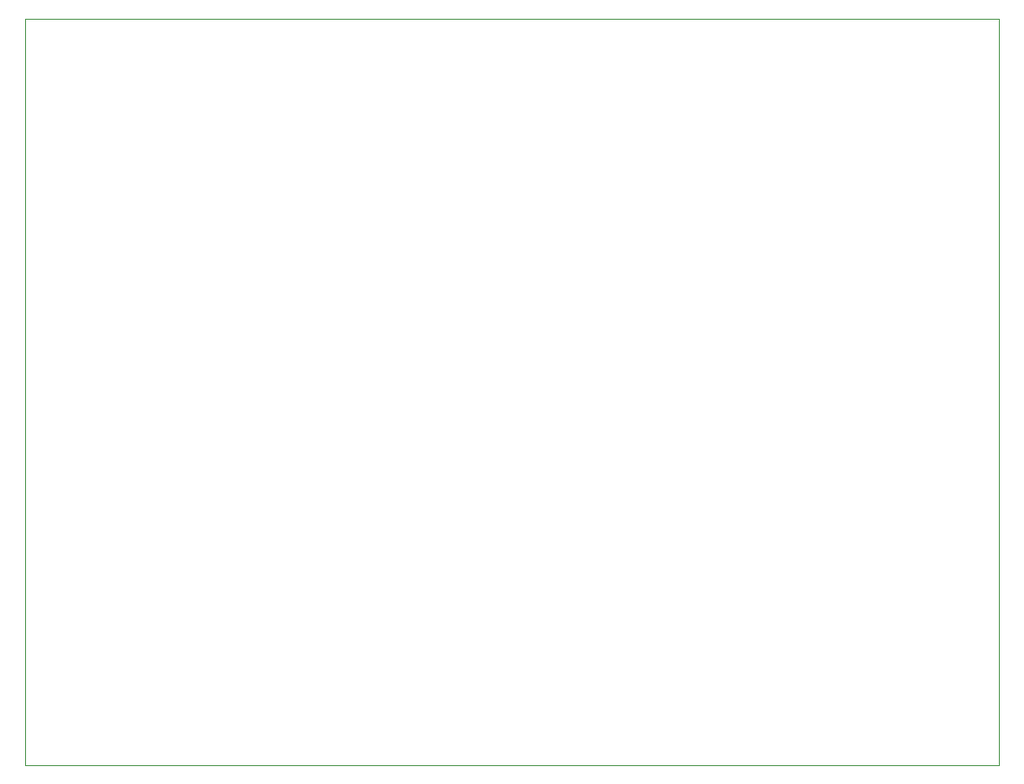
<source format=gbr>
%TF.GenerationSoftware,KiCad,Pcbnew,6.0.7+dfsg-1build1*%
%TF.CreationDate,2023-02-23T20:09:56+01:00*%
%TF.ProjectId,mqtt_bridge,6d717474-5f62-4726-9964-67652e6b6963,rev?*%
%TF.SameCoordinates,Original*%
%TF.FileFunction,Profile,NP*%
%FSLAX46Y46*%
G04 Gerber Fmt 4.6, Leading zero omitted, Abs format (unit mm)*
G04 Created by KiCad (PCBNEW 6.0.7+dfsg-1build1) date 2023-02-23 20:09:56*
%MOMM*%
%LPD*%
G01*
G04 APERTURE LIST*
%TA.AperFunction,Profile*%
%ADD10C,0.100000*%
%TD*%
G04 APERTURE END LIST*
D10*
X159000000Y-97500000D02*
X67000000Y-97500000D01*
X67000000Y-27000000D01*
X159000000Y-27000000D01*
X159000000Y-97500000D01*
M02*

</source>
